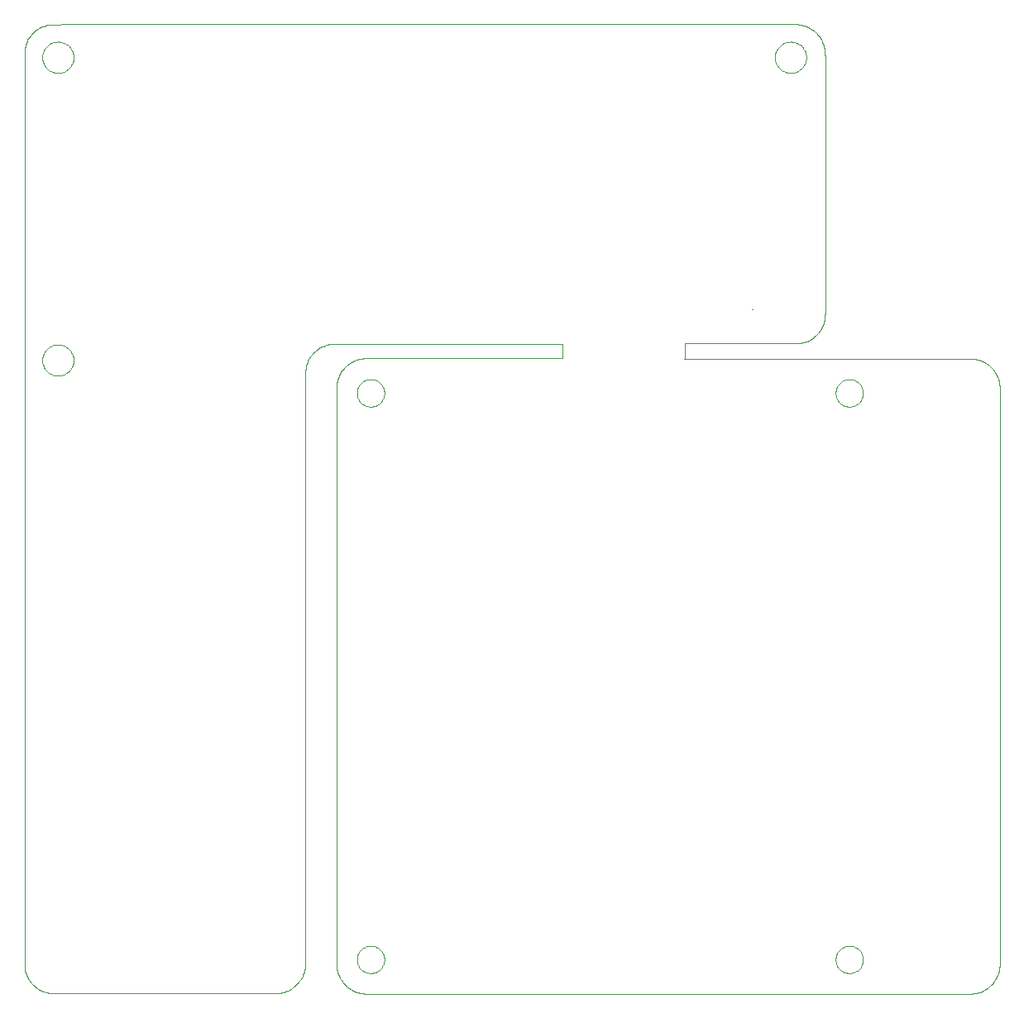
<source format=gbo>
G75*
G70*
%OFA0B0*%
%FSLAX24Y24*%
%IPPOS*%
%LPD*%
%AMOC8*
5,1,8,0,0,1.08239X$1,22.5*
%
%ADD10C,0.0000*%
%ADD11C,0.0001*%
D10*
X016753Y006193D02*
X016755Y006240D01*
X016761Y006286D01*
X016771Y006332D01*
X016784Y006377D01*
X016802Y006420D01*
X016823Y006462D01*
X016847Y006502D01*
X016875Y006539D01*
X016906Y006574D01*
X016940Y006607D01*
X016976Y006636D01*
X017015Y006662D01*
X017056Y006685D01*
X017099Y006704D01*
X017143Y006720D01*
X017188Y006732D01*
X017234Y006740D01*
X017281Y006744D01*
X017327Y006744D01*
X017374Y006740D01*
X017420Y006732D01*
X017465Y006720D01*
X017509Y006704D01*
X017552Y006685D01*
X017593Y006662D01*
X017632Y006636D01*
X017668Y006607D01*
X017702Y006574D01*
X017733Y006539D01*
X017761Y006502D01*
X017785Y006462D01*
X017806Y006420D01*
X017824Y006377D01*
X017837Y006332D01*
X017847Y006286D01*
X017853Y006240D01*
X017855Y006193D01*
X017853Y006146D01*
X017847Y006100D01*
X017837Y006054D01*
X017824Y006009D01*
X017806Y005966D01*
X017785Y005924D01*
X017761Y005884D01*
X017733Y005847D01*
X017702Y005812D01*
X017668Y005779D01*
X017632Y005750D01*
X017593Y005724D01*
X017552Y005701D01*
X017509Y005682D01*
X017465Y005666D01*
X017420Y005654D01*
X017374Y005646D01*
X017327Y005642D01*
X017281Y005642D01*
X017234Y005646D01*
X017188Y005654D01*
X017143Y005666D01*
X017099Y005682D01*
X017056Y005701D01*
X017015Y005724D01*
X016976Y005750D01*
X016940Y005779D01*
X016906Y005812D01*
X016875Y005847D01*
X016847Y005884D01*
X016823Y005924D01*
X016802Y005966D01*
X016784Y006009D01*
X016771Y006054D01*
X016761Y006100D01*
X016755Y006146D01*
X016753Y006193D01*
X036045Y006193D02*
X036047Y006240D01*
X036053Y006286D01*
X036063Y006332D01*
X036076Y006377D01*
X036094Y006420D01*
X036115Y006462D01*
X036139Y006502D01*
X036167Y006539D01*
X036198Y006574D01*
X036232Y006607D01*
X036268Y006636D01*
X036307Y006662D01*
X036348Y006685D01*
X036391Y006704D01*
X036435Y006720D01*
X036480Y006732D01*
X036526Y006740D01*
X036573Y006744D01*
X036619Y006744D01*
X036666Y006740D01*
X036712Y006732D01*
X036757Y006720D01*
X036801Y006704D01*
X036844Y006685D01*
X036885Y006662D01*
X036924Y006636D01*
X036960Y006607D01*
X036994Y006574D01*
X037025Y006539D01*
X037053Y006502D01*
X037077Y006462D01*
X037098Y006420D01*
X037116Y006377D01*
X037129Y006332D01*
X037139Y006286D01*
X037145Y006240D01*
X037147Y006193D01*
X037145Y006146D01*
X037139Y006100D01*
X037129Y006054D01*
X037116Y006009D01*
X037098Y005966D01*
X037077Y005924D01*
X037053Y005884D01*
X037025Y005847D01*
X036994Y005812D01*
X036960Y005779D01*
X036924Y005750D01*
X036885Y005724D01*
X036844Y005701D01*
X036801Y005682D01*
X036757Y005666D01*
X036712Y005654D01*
X036666Y005646D01*
X036619Y005642D01*
X036573Y005642D01*
X036526Y005646D01*
X036480Y005654D01*
X036435Y005666D01*
X036391Y005682D01*
X036348Y005701D01*
X036307Y005724D01*
X036268Y005750D01*
X036232Y005779D01*
X036198Y005812D01*
X036167Y005847D01*
X036139Y005884D01*
X036115Y005924D01*
X036094Y005966D01*
X036076Y006009D01*
X036063Y006054D01*
X036053Y006100D01*
X036047Y006146D01*
X036045Y006193D01*
X036045Y029028D02*
X036047Y029075D01*
X036053Y029121D01*
X036063Y029167D01*
X036076Y029212D01*
X036094Y029255D01*
X036115Y029297D01*
X036139Y029337D01*
X036167Y029374D01*
X036198Y029409D01*
X036232Y029442D01*
X036268Y029471D01*
X036307Y029497D01*
X036348Y029520D01*
X036391Y029539D01*
X036435Y029555D01*
X036480Y029567D01*
X036526Y029575D01*
X036573Y029579D01*
X036619Y029579D01*
X036666Y029575D01*
X036712Y029567D01*
X036757Y029555D01*
X036801Y029539D01*
X036844Y029520D01*
X036885Y029497D01*
X036924Y029471D01*
X036960Y029442D01*
X036994Y029409D01*
X037025Y029374D01*
X037053Y029337D01*
X037077Y029297D01*
X037098Y029255D01*
X037116Y029212D01*
X037129Y029167D01*
X037139Y029121D01*
X037145Y029075D01*
X037147Y029028D01*
X037145Y028981D01*
X037139Y028935D01*
X037129Y028889D01*
X037116Y028844D01*
X037098Y028801D01*
X037077Y028759D01*
X037053Y028719D01*
X037025Y028682D01*
X036994Y028647D01*
X036960Y028614D01*
X036924Y028585D01*
X036885Y028559D01*
X036844Y028536D01*
X036801Y028517D01*
X036757Y028501D01*
X036712Y028489D01*
X036666Y028481D01*
X036619Y028477D01*
X036573Y028477D01*
X036526Y028481D01*
X036480Y028489D01*
X036435Y028501D01*
X036391Y028517D01*
X036348Y028536D01*
X036307Y028559D01*
X036268Y028585D01*
X036232Y028614D01*
X036198Y028647D01*
X036167Y028682D01*
X036139Y028719D01*
X036115Y028759D01*
X036094Y028801D01*
X036076Y028844D01*
X036063Y028889D01*
X036053Y028935D01*
X036047Y028981D01*
X036045Y029028D01*
X033600Y042556D02*
X033602Y042606D01*
X033608Y042656D01*
X033618Y042705D01*
X033632Y042753D01*
X033649Y042800D01*
X033670Y042845D01*
X033695Y042889D01*
X033723Y042930D01*
X033755Y042969D01*
X033789Y043006D01*
X033826Y043040D01*
X033866Y043070D01*
X033908Y043097D01*
X033952Y043121D01*
X033998Y043142D01*
X034045Y043158D01*
X034093Y043171D01*
X034143Y043180D01*
X034192Y043185D01*
X034243Y043186D01*
X034293Y043183D01*
X034342Y043176D01*
X034391Y043165D01*
X034439Y043150D01*
X034485Y043132D01*
X034530Y043110D01*
X034573Y043084D01*
X034614Y043055D01*
X034653Y043023D01*
X034689Y042988D01*
X034721Y042950D01*
X034751Y042910D01*
X034778Y042867D01*
X034801Y042823D01*
X034820Y042777D01*
X034836Y042729D01*
X034848Y042680D01*
X034856Y042631D01*
X034860Y042581D01*
X034860Y042531D01*
X034856Y042481D01*
X034848Y042432D01*
X034836Y042383D01*
X034820Y042335D01*
X034801Y042289D01*
X034778Y042245D01*
X034751Y042202D01*
X034721Y042162D01*
X034689Y042124D01*
X034653Y042089D01*
X034614Y042057D01*
X034573Y042028D01*
X034530Y042002D01*
X034485Y041980D01*
X034439Y041962D01*
X034391Y041947D01*
X034342Y041936D01*
X034293Y041929D01*
X034243Y041926D01*
X034192Y041927D01*
X034143Y041932D01*
X034093Y041941D01*
X034045Y041954D01*
X033998Y041970D01*
X033952Y041991D01*
X033908Y042015D01*
X033866Y042042D01*
X033826Y042072D01*
X033789Y042106D01*
X033755Y042143D01*
X033723Y042182D01*
X033695Y042223D01*
X033670Y042267D01*
X033649Y042312D01*
X033632Y042359D01*
X033618Y042407D01*
X033608Y042456D01*
X033602Y042506D01*
X033600Y042556D01*
X016753Y029028D02*
X016755Y029075D01*
X016761Y029121D01*
X016771Y029167D01*
X016784Y029212D01*
X016802Y029255D01*
X016823Y029297D01*
X016847Y029337D01*
X016875Y029374D01*
X016906Y029409D01*
X016940Y029442D01*
X016976Y029471D01*
X017015Y029497D01*
X017056Y029520D01*
X017099Y029539D01*
X017143Y029555D01*
X017188Y029567D01*
X017234Y029575D01*
X017281Y029579D01*
X017327Y029579D01*
X017374Y029575D01*
X017420Y029567D01*
X017465Y029555D01*
X017509Y029539D01*
X017552Y029520D01*
X017593Y029497D01*
X017632Y029471D01*
X017668Y029442D01*
X017702Y029409D01*
X017733Y029374D01*
X017761Y029337D01*
X017785Y029297D01*
X017806Y029255D01*
X017824Y029212D01*
X017837Y029167D01*
X017847Y029121D01*
X017853Y029075D01*
X017855Y029028D01*
X017853Y028981D01*
X017847Y028935D01*
X017837Y028889D01*
X017824Y028844D01*
X017806Y028801D01*
X017785Y028759D01*
X017761Y028719D01*
X017733Y028682D01*
X017702Y028647D01*
X017668Y028614D01*
X017632Y028585D01*
X017593Y028559D01*
X017552Y028536D01*
X017509Y028517D01*
X017465Y028501D01*
X017420Y028489D01*
X017374Y028481D01*
X017327Y028477D01*
X017281Y028477D01*
X017234Y028481D01*
X017188Y028489D01*
X017143Y028501D01*
X017099Y028517D01*
X017056Y028536D01*
X017015Y028559D01*
X016976Y028585D01*
X016940Y028614D01*
X016906Y028647D01*
X016875Y028682D01*
X016847Y028719D01*
X016823Y028759D01*
X016802Y028801D01*
X016784Y028844D01*
X016771Y028889D01*
X016761Y028935D01*
X016755Y028981D01*
X016753Y029028D01*
X004073Y030351D02*
X004075Y030401D01*
X004081Y030451D01*
X004091Y030500D01*
X004105Y030548D01*
X004122Y030595D01*
X004143Y030640D01*
X004168Y030684D01*
X004196Y030725D01*
X004228Y030764D01*
X004262Y030801D01*
X004299Y030835D01*
X004339Y030865D01*
X004381Y030892D01*
X004425Y030916D01*
X004471Y030937D01*
X004518Y030953D01*
X004566Y030966D01*
X004616Y030975D01*
X004665Y030980D01*
X004716Y030981D01*
X004766Y030978D01*
X004815Y030971D01*
X004864Y030960D01*
X004912Y030945D01*
X004958Y030927D01*
X005003Y030905D01*
X005046Y030879D01*
X005087Y030850D01*
X005126Y030818D01*
X005162Y030783D01*
X005194Y030745D01*
X005224Y030705D01*
X005251Y030662D01*
X005274Y030618D01*
X005293Y030572D01*
X005309Y030524D01*
X005321Y030475D01*
X005329Y030426D01*
X005333Y030376D01*
X005333Y030326D01*
X005329Y030276D01*
X005321Y030227D01*
X005309Y030178D01*
X005293Y030130D01*
X005274Y030084D01*
X005251Y030040D01*
X005224Y029997D01*
X005194Y029957D01*
X005162Y029919D01*
X005126Y029884D01*
X005087Y029852D01*
X005046Y029823D01*
X005003Y029797D01*
X004958Y029775D01*
X004912Y029757D01*
X004864Y029742D01*
X004815Y029731D01*
X004766Y029724D01*
X004716Y029721D01*
X004665Y029722D01*
X004616Y029727D01*
X004566Y029736D01*
X004518Y029749D01*
X004471Y029765D01*
X004425Y029786D01*
X004381Y029810D01*
X004339Y029837D01*
X004299Y029867D01*
X004262Y029901D01*
X004228Y029938D01*
X004196Y029977D01*
X004168Y030018D01*
X004143Y030062D01*
X004122Y030107D01*
X004105Y030154D01*
X004091Y030202D01*
X004081Y030251D01*
X004075Y030301D01*
X004073Y030351D01*
X004073Y042556D02*
X004075Y042606D01*
X004081Y042656D01*
X004091Y042705D01*
X004105Y042753D01*
X004122Y042800D01*
X004143Y042845D01*
X004168Y042889D01*
X004196Y042930D01*
X004228Y042969D01*
X004262Y043006D01*
X004299Y043040D01*
X004339Y043070D01*
X004381Y043097D01*
X004425Y043121D01*
X004471Y043142D01*
X004518Y043158D01*
X004566Y043171D01*
X004616Y043180D01*
X004665Y043185D01*
X004716Y043186D01*
X004766Y043183D01*
X004815Y043176D01*
X004864Y043165D01*
X004912Y043150D01*
X004958Y043132D01*
X005003Y043110D01*
X005046Y043084D01*
X005087Y043055D01*
X005126Y043023D01*
X005162Y042988D01*
X005194Y042950D01*
X005224Y042910D01*
X005251Y042867D01*
X005274Y042823D01*
X005293Y042777D01*
X005309Y042729D01*
X005321Y042680D01*
X005329Y042631D01*
X005333Y042581D01*
X005333Y042531D01*
X005329Y042481D01*
X005321Y042432D01*
X005309Y042383D01*
X005293Y042335D01*
X005274Y042289D01*
X005251Y042245D01*
X005224Y042202D01*
X005194Y042162D01*
X005162Y042124D01*
X005126Y042089D01*
X005087Y042057D01*
X005046Y042028D01*
X005003Y042002D01*
X004958Y041980D01*
X004912Y041962D01*
X004864Y041947D01*
X004815Y041936D01*
X004766Y041929D01*
X004716Y041926D01*
X004665Y041927D01*
X004616Y041932D01*
X004566Y041941D01*
X004518Y041954D01*
X004471Y041970D01*
X004425Y041991D01*
X004381Y042015D01*
X004339Y042042D01*
X004299Y042072D01*
X004262Y042106D01*
X004228Y042143D01*
X004196Y042182D01*
X004168Y042223D01*
X004143Y042267D01*
X004122Y042312D01*
X004105Y042359D01*
X004091Y042407D01*
X004081Y042456D01*
X004075Y042506D01*
X004073Y042556D01*
D11*
X004544Y004829D02*
X013461Y004829D01*
X013459Y004830D02*
X013527Y004832D01*
X013595Y004838D01*
X013662Y004847D01*
X013729Y004861D01*
X013795Y004878D01*
X013860Y004899D01*
X013924Y004923D01*
X013986Y004951D01*
X014047Y004982D01*
X014105Y005017D01*
X014162Y005055D01*
X014216Y005095D01*
X014269Y005139D01*
X014318Y005186D01*
X014365Y005236D01*
X014409Y005288D01*
X014450Y005342D01*
X014488Y005399D01*
X014523Y005457D01*
X014554Y005518D01*
X014582Y005580D01*
X014607Y005643D01*
X014627Y005708D01*
X014645Y005774D01*
X014658Y005841D01*
X014668Y005909D01*
X014674Y005976D01*
X014676Y006045D01*
X014674Y006113D01*
X014675Y006109D02*
X014671Y029822D01*
X014671Y029817D02*
X014673Y029884D01*
X014678Y029950D01*
X014687Y030015D01*
X014699Y030081D01*
X014716Y030145D01*
X014735Y030208D01*
X014759Y030270D01*
X014785Y030331D01*
X014815Y030390D01*
X014849Y030447D01*
X014885Y030503D01*
X014925Y030556D01*
X014967Y030607D01*
X015012Y030655D01*
X015060Y030701D01*
X015110Y030744D01*
X015163Y030785D01*
X015218Y030822D01*
X015275Y030856D01*
X015333Y030887D01*
X015394Y030915D01*
X015455Y030939D01*
X015518Y030960D01*
X015582Y030977D01*
X015647Y030990D01*
X015713Y031000D01*
X015779Y031006D01*
X015845Y031009D01*
X015911Y031008D01*
X015914Y031007D01*
X025044Y031012D01*
X025043Y031014D02*
X025044Y030424D01*
X017176Y030424D01*
X017173Y030426D02*
X017107Y030427D01*
X017041Y030424D01*
X016975Y030418D01*
X016909Y030408D01*
X016844Y030395D01*
X016780Y030378D01*
X016717Y030357D01*
X016656Y030333D01*
X016595Y030305D01*
X016537Y030274D01*
X016480Y030240D01*
X016425Y030203D01*
X016372Y030162D01*
X016322Y030119D01*
X016274Y030073D01*
X016229Y030025D01*
X016187Y029974D01*
X016147Y029921D01*
X016111Y029865D01*
X016077Y029808D01*
X016047Y029749D01*
X016021Y029688D01*
X015997Y029626D01*
X015978Y029563D01*
X015961Y029499D01*
X015949Y029433D01*
X015940Y029368D01*
X015935Y029302D01*
X015933Y029235D01*
X015934Y029235D02*
X015934Y006055D01*
X015934Y005995D01*
X015933Y006055D02*
X015932Y005989D01*
X015935Y005923D01*
X015941Y005857D01*
X015951Y005791D01*
X015964Y005726D01*
X015981Y005662D01*
X016002Y005599D01*
X016026Y005538D01*
X016054Y005477D01*
X016085Y005419D01*
X016119Y005362D01*
X016156Y005307D01*
X016197Y005254D01*
X016240Y005204D01*
X016286Y005156D01*
X016334Y005111D01*
X016385Y005069D01*
X016438Y005029D01*
X016494Y004993D01*
X016551Y004959D01*
X016610Y004929D01*
X016671Y004903D01*
X016733Y004879D01*
X016796Y004860D01*
X016860Y004843D01*
X016926Y004831D01*
X016991Y004822D01*
X017057Y004817D01*
X017124Y004815D01*
X017104Y004815D01*
X017124Y004815D02*
X041414Y004815D01*
X041474Y004815D01*
X041414Y004814D02*
X041480Y004813D01*
X041546Y004816D01*
X041612Y004822D01*
X041678Y004832D01*
X041743Y004845D01*
X041807Y004862D01*
X041870Y004883D01*
X041931Y004907D01*
X041992Y004935D01*
X042050Y004966D01*
X042107Y005000D01*
X042162Y005037D01*
X042215Y005078D01*
X042265Y005121D01*
X042313Y005167D01*
X042358Y005215D01*
X042400Y005266D01*
X042440Y005319D01*
X042476Y005375D01*
X042510Y005432D01*
X042540Y005491D01*
X042566Y005552D01*
X042590Y005614D01*
X042609Y005677D01*
X042626Y005741D01*
X042638Y005807D01*
X042647Y005872D01*
X042652Y005938D01*
X042654Y006005D01*
X042654Y029165D01*
X042654Y029225D01*
X042654Y029165D02*
X042655Y029232D01*
X042653Y029298D01*
X042647Y029365D01*
X042637Y029430D01*
X042624Y029496D01*
X042607Y029560D01*
X042586Y029623D01*
X042562Y029685D01*
X042534Y029746D01*
X042504Y029805D01*
X042470Y029862D01*
X042432Y029917D01*
X042392Y029970D01*
X042349Y030021D01*
X042303Y030069D01*
X042255Y030114D01*
X042204Y030157D01*
X042150Y030197D01*
X042095Y030234D01*
X042037Y030267D01*
X041978Y030298D01*
X041917Y030325D01*
X041855Y030348D01*
X041792Y030368D01*
X041727Y030385D01*
X041662Y030398D01*
X041596Y030407D01*
X041530Y030412D01*
X041463Y030414D01*
X041460Y030414D01*
X041459Y030414D02*
X041464Y030414D01*
X029974Y030414D01*
X029934Y030414D01*
X029974Y030414D02*
X029974Y031022D01*
X034359Y031022D01*
X034375Y031024D02*
X034441Y031023D01*
X034507Y031026D01*
X034574Y031032D01*
X034639Y031042D01*
X034704Y031055D01*
X034768Y031072D01*
X034832Y031093D01*
X034893Y031117D01*
X034954Y031145D01*
X035013Y031176D01*
X035069Y031210D01*
X035124Y031247D01*
X035177Y031287D01*
X035228Y031331D01*
X035276Y031377D01*
X035321Y031425D01*
X035363Y031476D01*
X035403Y031529D01*
X035440Y031585D01*
X035473Y031642D01*
X035503Y031701D01*
X035530Y031762D01*
X035553Y031824D01*
X035573Y031888D01*
X035589Y031952D01*
X035602Y032017D01*
X035611Y032083D01*
X035616Y032149D01*
X035618Y032216D01*
X035619Y032206D02*
X035619Y042649D01*
X035612Y042649D01*
X035611Y042647D02*
X035612Y042713D01*
X035609Y042779D01*
X035603Y042846D01*
X035593Y042911D01*
X035580Y042976D01*
X035563Y043040D01*
X035542Y043104D01*
X035518Y043165D01*
X035490Y043226D01*
X035459Y043285D01*
X035425Y043341D01*
X035388Y043396D01*
X035348Y043449D01*
X035304Y043500D01*
X035258Y043548D01*
X035210Y043593D01*
X035159Y043635D01*
X035106Y043675D01*
X035050Y043712D01*
X034993Y043745D01*
X034934Y043775D01*
X034873Y043802D01*
X034811Y043825D01*
X034747Y043845D01*
X034683Y043861D01*
X034618Y043874D01*
X034552Y043883D01*
X034486Y043888D01*
X034419Y043890D01*
X034420Y043890D02*
X034420Y043890D01*
X005074Y043890D01*
X005072Y043890D02*
X004521Y043882D01*
X004522Y043882D02*
X004455Y043881D01*
X004388Y043876D01*
X004322Y043867D01*
X004256Y043854D01*
X004191Y043837D01*
X004127Y043817D01*
X004065Y043793D01*
X004004Y043766D01*
X003944Y043735D01*
X003887Y043700D01*
X003832Y043663D01*
X003779Y043622D01*
X003728Y043578D01*
X003680Y043532D01*
X003635Y043482D01*
X003592Y043430D01*
X003553Y043376D01*
X003517Y043320D01*
X003484Y043261D01*
X003455Y043201D01*
X003429Y043139D01*
X003407Y043076D01*
X003389Y043012D01*
X003374Y042947D01*
X003363Y042880D01*
X003356Y042814D01*
X003353Y042747D01*
X003354Y042680D01*
X003353Y042682D02*
X003353Y006068D01*
X003353Y006069D02*
X003352Y006003D01*
X003355Y005937D01*
X003361Y005871D01*
X003371Y005805D01*
X003384Y005740D01*
X003401Y005676D01*
X003422Y005613D01*
X003446Y005552D01*
X003474Y005491D01*
X003505Y005433D01*
X003539Y005376D01*
X003576Y005321D01*
X003617Y005268D01*
X003660Y005218D01*
X003706Y005170D01*
X003754Y005125D01*
X003805Y005083D01*
X003858Y005043D01*
X003914Y005007D01*
X003971Y004973D01*
X004030Y004943D01*
X004091Y004917D01*
X004153Y004893D01*
X004216Y004874D01*
X004280Y004857D01*
X004346Y004845D01*
X004411Y004836D01*
X004477Y004831D01*
X004544Y004829D01*
X032684Y032392D02*
X032701Y032410D01*
M02*

</source>
